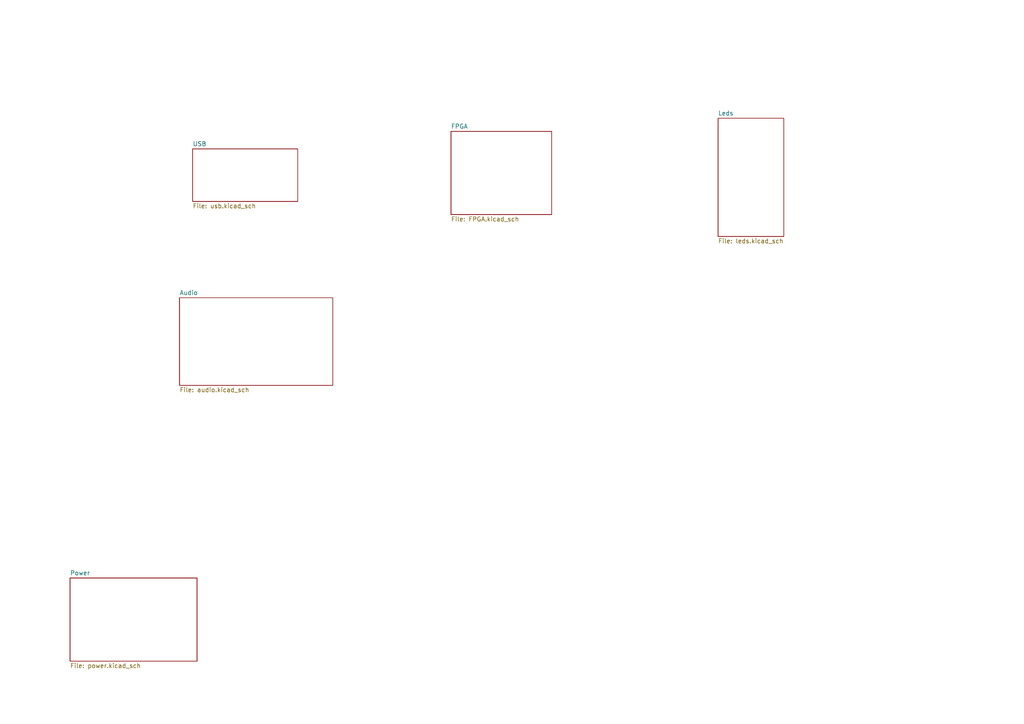
<source format=kicad_sch>
(kicad_sch
	(version 20231120)
	(generator "eeschema")
	(generator_version "8.0")
	(uuid "499cc2c9-7f62-4229-b1e2-c61594dd5fd7")
	(paper "A4")
	(title_block
		(title "REDIRE")
		(date "2024-10-31")
		(rev "A")
		(company "Rafael Riber")
	)
	(lib_symbols)
	(sheet
		(at 130.81 38.1)
		(size 29.21 24.13)
		(fields_autoplaced yes)
		(stroke
			(width 0.1524)
			(type solid)
		)
		(fill
			(color 0 0 0 0.0000)
		)
		(uuid "525f2cea-54df-4fdc-85fe-92301961d302")
		(property "Sheetname" "FPGA"
			(at 130.81 37.3884 0)
			(effects
				(font
					(size 1.27 1.27)
				)
				(justify left bottom)
			)
		)
		(property "Sheetfile" "FPGA.kicad_sch"
			(at 130.81 62.8146 0)
			(effects
				(font
					(size 1.27 1.27)
				)
				(justify left top)
			)
		)
		(instances
			(project "Redire"
				(path "/499cc2c9-7f62-4229-b1e2-c61594dd5fd7"
					(page "2")
				)
			)
		)
	)
	(sheet
		(at 55.88 43.18)
		(size 30.48 15.24)
		(fields_autoplaced yes)
		(stroke
			(width 0.1524)
			(type solid)
		)
		(fill
			(color 0 0 0 0.0000)
		)
		(uuid "57804aa4-c493-4ac9-b482-ff009c5a7990")
		(property "Sheetname" "USB"
			(at 55.88 42.4684 0)
			(effects
				(font
					(size 1.27 1.27)
				)
				(justify left bottom)
			)
		)
		(property "Sheetfile" "usb.kicad_sch"
			(at 55.88 59.0046 0)
			(effects
				(font
					(size 1.27 1.27)
				)
				(justify left top)
			)
		)
		(instances
			(project "Redire"
				(path "/499cc2c9-7f62-4229-b1e2-c61594dd5fd7"
					(page "5")
				)
			)
		)
	)
	(sheet
		(at 52.07 86.36)
		(size 44.45 25.4)
		(fields_autoplaced yes)
		(stroke
			(width 0.1524)
			(type solid)
		)
		(fill
			(color 0 0 0 0.0000)
		)
		(uuid "9e61612d-ebad-48c9-b728-0d6e514c2d11")
		(property "Sheetname" "Audio"
			(at 52.07 85.6484 0)
			(effects
				(font
					(size 1.27 1.27)
				)
				(justify left bottom)
			)
		)
		(property "Sheetfile" "audio.kicad_sch"
			(at 52.07 112.3446 0)
			(effects
				(font
					(size 1.27 1.27)
				)
				(justify left top)
			)
		)
		(instances
			(project "Redire"
				(path "/499cc2c9-7f62-4229-b1e2-c61594dd5fd7"
					(page "6")
				)
			)
		)
	)
	(sheet
		(at 20.32 167.64)
		(size 36.83 24.13)
		(fields_autoplaced yes)
		(stroke
			(width 0.1524)
			(type solid)
		)
		(fill
			(color 0 0 0 0.0000)
		)
		(uuid "aa169b31-cf3d-4a31-90fe-ccc7194b4f91")
		(property "Sheetname" "Power"
			(at 20.32 166.9284 0)
			(effects
				(font
					(size 1.27 1.27)
				)
				(justify left bottom)
			)
		)
		(property "Sheetfile" "power.kicad_sch"
			(at 20.32 192.3546 0)
			(effects
				(font
					(size 1.27 1.27)
				)
				(justify left top)
			)
		)
		(instances
			(project "Redire"
				(path "/499cc2c9-7f62-4229-b1e2-c61594dd5fd7"
					(page "3")
				)
			)
		)
	)
	(sheet
		(at 208.28 34.29)
		(size 19.05 34.29)
		(fields_autoplaced yes)
		(stroke
			(width 0.1524)
			(type solid)
		)
		(fill
			(color 0 0 0 0.0000)
		)
		(uuid "cb74fc0a-e601-44be-97ec-0b5f228ebe20")
		(property "Sheetname" "Leds"
			(at 208.28 33.5784 0)
			(effects
				(font
					(size 1.27 1.27)
				)
				(justify left bottom)
			)
		)
		(property "Sheetfile" "leds.kicad_sch"
			(at 208.28 69.1646 0)
			(effects
				(font
					(size 1.27 1.27)
				)
				(justify left top)
			)
		)
		(instances
			(project "Redire"
				(path "/499cc2c9-7f62-4229-b1e2-c61594dd5fd7"
					(page "4")
				)
			)
		)
	)
	(sheet_instances
		(path "/"
			(page "1")
		)
	)
)

</source>
